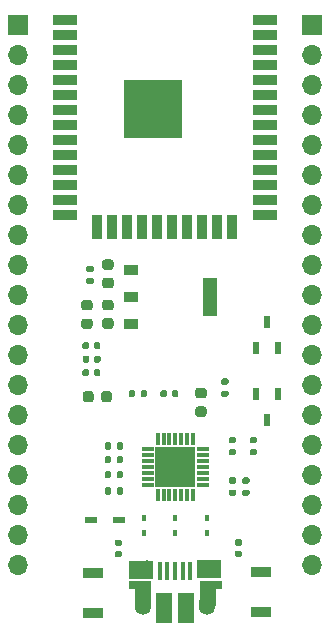
<source format=gts>
%TF.GenerationSoftware,KiCad,Pcbnew,(5.1.10)-1*%
%TF.CreationDate,2021-10-10T21:05:51-06:00*%
%TF.ProjectId,ESP32_Boardv2.0,45535033-325f-4426-9f61-726476322e30,rev?*%
%TF.SameCoordinates,Original*%
%TF.FileFunction,Soldermask,Top*%
%TF.FilePolarity,Negative*%
%FSLAX46Y46*%
G04 Gerber Fmt 4.6, Leading zero omitted, Abs format (unit mm)*
G04 Created by KiCad (PCBNEW (5.1.10)-1) date 2021-10-10 21:05:51*
%MOMM*%
%LPD*%
G01*
G04 APERTURE LIST*
%ADD10O,1.700000X1.700000*%
%ADD11R,1.700000X1.700000*%
%ADD12R,0.400000X0.480000*%
%ADD13R,1.075000X0.500000*%
%ADD14R,1.300000X0.950000*%
%ADD15R,1.300000X3.250000*%
%ADD16R,0.300000X1.000000*%
%ADD17R,1.000000X0.300000*%
%ADD18R,3.350000X3.350000*%
%ADD19R,1.350000X2.000000*%
%ADD20R,1.825000X0.700000*%
%ADD21R,2.000000X1.500000*%
%ADD22R,0.400000X1.650000*%
%ADD23O,1.100000X1.500000*%
%ADD24O,1.350000X1.700000*%
%ADD25R,1.430000X2.500000*%
%ADD26R,0.600000X1.100000*%
%ADD27R,1.700000X0.900000*%
%ADD28R,2.000000X0.900000*%
%ADD29R,0.900000X2.000000*%
%ADD30R,5.000000X5.000000*%
G04 APERTURE END LIST*
D10*
%TO.C,J2*%
X104267000Y-74295000D03*
X104267000Y-71755000D03*
X104267000Y-69215000D03*
X104267000Y-66675000D03*
X104267000Y-64135000D03*
X104267000Y-61595000D03*
X104267000Y-59055000D03*
X104267000Y-56515000D03*
X104267000Y-53975000D03*
X104267000Y-51435000D03*
X104267000Y-48895000D03*
X104267000Y-46355000D03*
X104267000Y-43815000D03*
X104267000Y-41275000D03*
X104267000Y-38735000D03*
X104267000Y-36195000D03*
X104267000Y-33655000D03*
X104267000Y-31115000D03*
D11*
X104267000Y-28575000D03*
%TD*%
D12*
%TO.C,D2*%
X120269000Y-71653000D03*
X120269000Y-70333000D03*
%TD*%
%TO.C,D3*%
X117602000Y-71653000D03*
X117602000Y-70333000D03*
%TD*%
%TO.C,D4*%
X114935000Y-70333000D03*
X114935000Y-71653000D03*
%TD*%
D13*
%TO.C,D5*%
X110471000Y-70485000D03*
X112795000Y-70485000D03*
%TD*%
D14*
%TO.C,IC1*%
X113807500Y-49335500D03*
X113807500Y-51625500D03*
X113807500Y-53915500D03*
D15*
X120507500Y-51625500D03*
%TD*%
D16*
%TO.C,IC2*%
X119102000Y-63690000D03*
X118602000Y-63690000D03*
X118102000Y-63690000D03*
X117602000Y-63690000D03*
X117102000Y-63690000D03*
X116602000Y-63690000D03*
X116102000Y-63690000D03*
D17*
X115252000Y-64540000D03*
X115252000Y-65040000D03*
X115252000Y-65540000D03*
X115252000Y-66040000D03*
X115252000Y-66540000D03*
X115252000Y-67040000D03*
X115252000Y-67540000D03*
D16*
X116102000Y-68390000D03*
X116602000Y-68390000D03*
X117102000Y-68390000D03*
X117602000Y-68390000D03*
X118102000Y-68390000D03*
X118602000Y-68390000D03*
X119102000Y-68390000D03*
D17*
X119952000Y-67540000D03*
X119952000Y-67040000D03*
X119952000Y-66540000D03*
X119952000Y-66040000D03*
X119952000Y-65540000D03*
X119952000Y-65040000D03*
X119952000Y-64540000D03*
D18*
X117602000Y-66040000D03*
%TD*%
D19*
%TO.C,J1*%
X120327000Y-76766000D03*
X114847000Y-76766000D03*
D20*
X114627000Y-76016000D03*
X120577000Y-76016000D03*
D21*
X114727000Y-74716000D03*
X120477000Y-74696000D03*
D22*
X116277000Y-74816000D03*
X116927000Y-74816000D03*
X117577000Y-74816000D03*
X118227000Y-74816000D03*
X118877000Y-74816000D03*
D23*
X115157000Y-74696000D03*
X119997000Y-74696000D03*
D24*
X114847000Y-77696000D03*
X120307000Y-77696000D03*
D25*
X116617000Y-77966000D03*
X118537000Y-77966000D03*
%TD*%
D10*
%TO.C,J3*%
X129159000Y-74295000D03*
X129159000Y-71755000D03*
X129159000Y-69215000D03*
X129159000Y-66675000D03*
X129159000Y-64135000D03*
X129159000Y-61595000D03*
X129159000Y-59055000D03*
X129159000Y-56515000D03*
X129159000Y-53975000D03*
X129159000Y-51435000D03*
X129159000Y-48895000D03*
X129159000Y-46355000D03*
X129159000Y-43815000D03*
X129159000Y-41275000D03*
X129159000Y-38735000D03*
X129159000Y-36195000D03*
X129159000Y-33655000D03*
X129159000Y-31115000D03*
D11*
X129159000Y-28575000D03*
%TD*%
D26*
%TO.C,Q1*%
X124399000Y-55964000D03*
X126299000Y-55964000D03*
X125349000Y-53764000D03*
%TD*%
%TO.C,Q2*%
X125349000Y-62060000D03*
X124399000Y-59860000D03*
X126299000Y-59860000D03*
%TD*%
D27*
%TO.C,SW1*%
X124841000Y-74881000D03*
X124841000Y-78281000D03*
%TD*%
%TO.C,SW2*%
X110617000Y-78408000D03*
X110617000Y-75008000D03*
%TD*%
D28*
%TO.C,U1*%
X125213000Y-28194000D03*
X125213000Y-29464000D03*
X125213000Y-30734000D03*
X125213000Y-32004000D03*
X125213000Y-33274000D03*
X125213000Y-34544000D03*
X125213000Y-35814000D03*
X125213000Y-37084000D03*
X125213000Y-38354000D03*
X125213000Y-39624000D03*
X125213000Y-40894000D03*
X125213000Y-42164000D03*
X125213000Y-43434000D03*
X125213000Y-44704000D03*
D29*
X122428000Y-45704000D03*
X121158000Y-45704000D03*
X119888000Y-45704000D03*
X118618000Y-45704000D03*
X117348000Y-45704000D03*
X116078000Y-45704000D03*
X114808000Y-45704000D03*
X113538000Y-45704000D03*
X112268000Y-45704000D03*
X110998000Y-45704000D03*
D28*
X108213000Y-44704000D03*
X108213000Y-43434000D03*
X108213000Y-42164000D03*
X108213000Y-40894000D03*
X108213000Y-39624000D03*
X108213000Y-38354000D03*
X108213000Y-37084000D03*
X108213000Y-35814000D03*
X108213000Y-34544000D03*
X108213000Y-33274000D03*
X108213000Y-32004000D03*
X108213000Y-30734000D03*
X108213000Y-29464000D03*
X108213000Y-28194000D03*
D30*
X115713000Y-35694000D03*
%TD*%
%TO.C,C1*%
G36*
G01*
X111637000Y-51874000D02*
X112137000Y-51874000D01*
G75*
G02*
X112362000Y-52099000I0J-225000D01*
G01*
X112362000Y-52549000D01*
G75*
G02*
X112137000Y-52774000I-225000J0D01*
G01*
X111637000Y-52774000D01*
G75*
G02*
X111412000Y-52549000I0J225000D01*
G01*
X111412000Y-52099000D01*
G75*
G02*
X111637000Y-51874000I225000J0D01*
G01*
G37*
G36*
G01*
X111637000Y-53424000D02*
X112137000Y-53424000D01*
G75*
G02*
X112362000Y-53649000I0J-225000D01*
G01*
X112362000Y-54099000D01*
G75*
G02*
X112137000Y-54324000I-225000J0D01*
G01*
X111637000Y-54324000D01*
G75*
G02*
X111412000Y-54099000I0J225000D01*
G01*
X111412000Y-53649000D01*
G75*
G02*
X111637000Y-53424000I225000J0D01*
G01*
G37*
%TD*%
%TO.C,C2*%
G36*
G01*
X110673000Y-59821000D02*
X110673000Y-60321000D01*
G75*
G02*
X110448000Y-60546000I-225000J0D01*
G01*
X109998000Y-60546000D01*
G75*
G02*
X109773000Y-60321000I0J225000D01*
G01*
X109773000Y-59821000D01*
G75*
G02*
X109998000Y-59596000I225000J0D01*
G01*
X110448000Y-59596000D01*
G75*
G02*
X110673000Y-59821000I0J-225000D01*
G01*
G37*
G36*
G01*
X112223000Y-59821000D02*
X112223000Y-60321000D01*
G75*
G02*
X111998000Y-60546000I-225000J0D01*
G01*
X111548000Y-60546000D01*
G75*
G02*
X111323000Y-60321000I0J225000D01*
G01*
X111323000Y-59821000D01*
G75*
G02*
X111548000Y-59596000I225000J0D01*
G01*
X111998000Y-59596000D01*
G75*
G02*
X112223000Y-59821000I0J-225000D01*
G01*
G37*
%TD*%
%TO.C,C3*%
G36*
G01*
X110318000Y-56726000D02*
X110318000Y-57066000D01*
G75*
G02*
X110178000Y-57206000I-140000J0D01*
G01*
X109898000Y-57206000D01*
G75*
G02*
X109758000Y-57066000I0J140000D01*
G01*
X109758000Y-56726000D01*
G75*
G02*
X109898000Y-56586000I140000J0D01*
G01*
X110178000Y-56586000D01*
G75*
G02*
X110318000Y-56726000I0J-140000D01*
G01*
G37*
G36*
G01*
X111278000Y-56726000D02*
X111278000Y-57066000D01*
G75*
G02*
X111138000Y-57206000I-140000J0D01*
G01*
X110858000Y-57206000D01*
G75*
G02*
X110718000Y-57066000I0J140000D01*
G01*
X110718000Y-56726000D01*
G75*
G02*
X110858000Y-56586000I140000J0D01*
G01*
X111138000Y-56586000D01*
G75*
G02*
X111278000Y-56726000I0J-140000D01*
G01*
G37*
%TD*%
%TO.C,C5*%
G36*
G01*
X110290000Y-55583000D02*
X110290000Y-55923000D01*
G75*
G02*
X110150000Y-56063000I-140000J0D01*
G01*
X109870000Y-56063000D01*
G75*
G02*
X109730000Y-55923000I0J140000D01*
G01*
X109730000Y-55583000D01*
G75*
G02*
X109870000Y-55443000I140000J0D01*
G01*
X110150000Y-55443000D01*
G75*
G02*
X110290000Y-55583000I0J-140000D01*
G01*
G37*
G36*
G01*
X111250000Y-55583000D02*
X111250000Y-55923000D01*
G75*
G02*
X111110000Y-56063000I-140000J0D01*
G01*
X110830000Y-56063000D01*
G75*
G02*
X110690000Y-55923000I0J140000D01*
G01*
X110690000Y-55583000D01*
G75*
G02*
X110830000Y-55443000I140000J0D01*
G01*
X111110000Y-55443000D01*
G75*
G02*
X111250000Y-55583000I0J-140000D01*
G01*
G37*
%TD*%
%TO.C,C6*%
G36*
G01*
X116334000Y-59987000D02*
X116334000Y-59647000D01*
G75*
G02*
X116474000Y-59507000I140000J0D01*
G01*
X116754000Y-59507000D01*
G75*
G02*
X116894000Y-59647000I0J-140000D01*
G01*
X116894000Y-59987000D01*
G75*
G02*
X116754000Y-60127000I-140000J0D01*
G01*
X116474000Y-60127000D01*
G75*
G02*
X116334000Y-59987000I0J140000D01*
G01*
G37*
G36*
G01*
X117294000Y-59987000D02*
X117294000Y-59647000D01*
G75*
G02*
X117434000Y-59507000I140000J0D01*
G01*
X117714000Y-59507000D01*
G75*
G02*
X117854000Y-59647000I0J-140000D01*
G01*
X117854000Y-59987000D01*
G75*
G02*
X117714000Y-60127000I-140000J0D01*
G01*
X117434000Y-60127000D01*
G75*
G02*
X117294000Y-59987000I0J140000D01*
G01*
G37*
%TD*%
%TO.C,C7*%
G36*
G01*
X112137000Y-49345000D02*
X111637000Y-49345000D01*
G75*
G02*
X111412000Y-49120000I0J225000D01*
G01*
X111412000Y-48670000D01*
G75*
G02*
X111637000Y-48445000I225000J0D01*
G01*
X112137000Y-48445000D01*
G75*
G02*
X112362000Y-48670000I0J-225000D01*
G01*
X112362000Y-49120000D01*
G75*
G02*
X112137000Y-49345000I-225000J0D01*
G01*
G37*
G36*
G01*
X112137000Y-50895000D02*
X111637000Y-50895000D01*
G75*
G02*
X111412000Y-50670000I0J225000D01*
G01*
X111412000Y-50220000D01*
G75*
G02*
X111637000Y-49995000I225000J0D01*
G01*
X112137000Y-49995000D01*
G75*
G02*
X112362000Y-50220000I0J-225000D01*
G01*
X112362000Y-50670000D01*
G75*
G02*
X112137000Y-50895000I-225000J0D01*
G01*
G37*
%TD*%
%TO.C,C8*%
G36*
G01*
X111250000Y-57869000D02*
X111250000Y-58209000D01*
G75*
G02*
X111110000Y-58349000I-140000J0D01*
G01*
X110830000Y-58349000D01*
G75*
G02*
X110690000Y-58209000I0J140000D01*
G01*
X110690000Y-57869000D01*
G75*
G02*
X110830000Y-57729000I140000J0D01*
G01*
X111110000Y-57729000D01*
G75*
G02*
X111250000Y-57869000I0J-140000D01*
G01*
G37*
G36*
G01*
X110290000Y-57869000D02*
X110290000Y-58209000D01*
G75*
G02*
X110150000Y-58349000I-140000J0D01*
G01*
X109870000Y-58349000D01*
G75*
G02*
X109730000Y-58209000I0J140000D01*
G01*
X109730000Y-57869000D01*
G75*
G02*
X109870000Y-57729000I140000J0D01*
G01*
X110150000Y-57729000D01*
G75*
G02*
X110290000Y-57869000I0J-140000D01*
G01*
G37*
%TD*%
%TO.C,C9*%
G36*
G01*
X112606000Y-73126000D02*
X112946000Y-73126000D01*
G75*
G02*
X113086000Y-73266000I0J-140000D01*
G01*
X113086000Y-73546000D01*
G75*
G02*
X112946000Y-73686000I-140000J0D01*
G01*
X112606000Y-73686000D01*
G75*
G02*
X112466000Y-73546000I0J140000D01*
G01*
X112466000Y-73266000D01*
G75*
G02*
X112606000Y-73126000I140000J0D01*
G01*
G37*
G36*
G01*
X112606000Y-72166000D02*
X112946000Y-72166000D01*
G75*
G02*
X113086000Y-72306000I0J-140000D01*
G01*
X113086000Y-72586000D01*
G75*
G02*
X112946000Y-72726000I-140000J0D01*
G01*
X112606000Y-72726000D01*
G75*
G02*
X112466000Y-72586000I0J140000D01*
G01*
X112466000Y-72306000D01*
G75*
G02*
X112606000Y-72166000I140000J0D01*
G01*
G37*
%TD*%
%TO.C,D1*%
G36*
G01*
X110365250Y-52761500D02*
X109852750Y-52761500D01*
G75*
G02*
X109634000Y-52542750I0J218750D01*
G01*
X109634000Y-52105250D01*
G75*
G02*
X109852750Y-51886500I218750J0D01*
G01*
X110365250Y-51886500D01*
G75*
G02*
X110584000Y-52105250I0J-218750D01*
G01*
X110584000Y-52542750D01*
G75*
G02*
X110365250Y-52761500I-218750J0D01*
G01*
G37*
G36*
G01*
X110365250Y-54336500D02*
X109852750Y-54336500D01*
G75*
G02*
X109634000Y-54117750I0J218750D01*
G01*
X109634000Y-53680250D01*
G75*
G02*
X109852750Y-53461500I218750J0D01*
G01*
X110365250Y-53461500D01*
G75*
G02*
X110584000Y-53680250I0J-218750D01*
G01*
X110584000Y-54117750D01*
G75*
G02*
X110365250Y-54336500I-218750J0D01*
G01*
G37*
%TD*%
%TO.C,D6*%
G36*
G01*
X119504750Y-60903500D02*
X120017250Y-60903500D01*
G75*
G02*
X120236000Y-61122250I0J-218750D01*
G01*
X120236000Y-61559750D01*
G75*
G02*
X120017250Y-61778500I-218750J0D01*
G01*
X119504750Y-61778500D01*
G75*
G02*
X119286000Y-61559750I0J218750D01*
G01*
X119286000Y-61122250D01*
G75*
G02*
X119504750Y-60903500I218750J0D01*
G01*
G37*
G36*
G01*
X119504750Y-59328500D02*
X120017250Y-59328500D01*
G75*
G02*
X120236000Y-59547250I0J-218750D01*
G01*
X120236000Y-59984750D01*
G75*
G02*
X120017250Y-60203500I-218750J0D01*
G01*
X119504750Y-60203500D01*
G75*
G02*
X119286000Y-59984750I0J218750D01*
G01*
X119286000Y-59547250D01*
G75*
G02*
X119504750Y-59328500I218750J0D01*
G01*
G37*
%TD*%
%TO.C,R1*%
G36*
G01*
X110178000Y-49002000D02*
X110548000Y-49002000D01*
G75*
G02*
X110683000Y-49137000I0J-135000D01*
G01*
X110683000Y-49407000D01*
G75*
G02*
X110548000Y-49542000I-135000J0D01*
G01*
X110178000Y-49542000D01*
G75*
G02*
X110043000Y-49407000I0J135000D01*
G01*
X110043000Y-49137000D01*
G75*
G02*
X110178000Y-49002000I135000J0D01*
G01*
G37*
G36*
G01*
X110178000Y-50022000D02*
X110548000Y-50022000D01*
G75*
G02*
X110683000Y-50157000I0J-135000D01*
G01*
X110683000Y-50427000D01*
G75*
G02*
X110548000Y-50562000I-135000J0D01*
G01*
X110178000Y-50562000D01*
G75*
G02*
X110043000Y-50427000I0J135000D01*
G01*
X110043000Y-50157000D01*
G75*
G02*
X110178000Y-50022000I135000J0D01*
G01*
G37*
%TD*%
%TO.C,R2*%
G36*
G01*
X122243000Y-67931000D02*
X122613000Y-67931000D01*
G75*
G02*
X122748000Y-68066000I0J-135000D01*
G01*
X122748000Y-68336000D01*
G75*
G02*
X122613000Y-68471000I-135000J0D01*
G01*
X122243000Y-68471000D01*
G75*
G02*
X122108000Y-68336000I0J135000D01*
G01*
X122108000Y-68066000D01*
G75*
G02*
X122243000Y-67931000I135000J0D01*
G01*
G37*
G36*
G01*
X122243000Y-66911000D02*
X122613000Y-66911000D01*
G75*
G02*
X122748000Y-67046000I0J-135000D01*
G01*
X122748000Y-67316000D01*
G75*
G02*
X122613000Y-67451000I-135000J0D01*
G01*
X122243000Y-67451000D01*
G75*
G02*
X122108000Y-67316000I0J135000D01*
G01*
X122108000Y-67046000D01*
G75*
G02*
X122243000Y-66911000I135000J0D01*
G01*
G37*
%TD*%
%TO.C,R3*%
G36*
G01*
X123386000Y-66913000D02*
X123756000Y-66913000D01*
G75*
G02*
X123891000Y-67048000I0J-135000D01*
G01*
X123891000Y-67318000D01*
G75*
G02*
X123756000Y-67453000I-135000J0D01*
G01*
X123386000Y-67453000D01*
G75*
G02*
X123251000Y-67318000I0J135000D01*
G01*
X123251000Y-67048000D01*
G75*
G02*
X123386000Y-66913000I135000J0D01*
G01*
G37*
G36*
G01*
X123386000Y-67933000D02*
X123756000Y-67933000D01*
G75*
G02*
X123891000Y-68068000I0J-135000D01*
G01*
X123891000Y-68338000D01*
G75*
G02*
X123756000Y-68473000I-135000J0D01*
G01*
X123386000Y-68473000D01*
G75*
G02*
X123251000Y-68338000I0J135000D01*
G01*
X123251000Y-68068000D01*
G75*
G02*
X123386000Y-67933000I135000J0D01*
G01*
G37*
%TD*%
%TO.C,R4*%
G36*
G01*
X124021000Y-64504000D02*
X124391000Y-64504000D01*
G75*
G02*
X124526000Y-64639000I0J-135000D01*
G01*
X124526000Y-64909000D01*
G75*
G02*
X124391000Y-65044000I-135000J0D01*
G01*
X124021000Y-65044000D01*
G75*
G02*
X123886000Y-64909000I0J135000D01*
G01*
X123886000Y-64639000D01*
G75*
G02*
X124021000Y-64504000I135000J0D01*
G01*
G37*
G36*
G01*
X124021000Y-63484000D02*
X124391000Y-63484000D01*
G75*
G02*
X124526000Y-63619000I0J-135000D01*
G01*
X124526000Y-63889000D01*
G75*
G02*
X124391000Y-64024000I-135000J0D01*
G01*
X124021000Y-64024000D01*
G75*
G02*
X123886000Y-63889000I0J135000D01*
G01*
X123886000Y-63619000D01*
G75*
G02*
X124021000Y-63484000I135000J0D01*
G01*
G37*
%TD*%
%TO.C,R5*%
G36*
G01*
X121978000Y-60089000D02*
X121608000Y-60089000D01*
G75*
G02*
X121473000Y-59954000I0J135000D01*
G01*
X121473000Y-59684000D01*
G75*
G02*
X121608000Y-59549000I135000J0D01*
G01*
X121978000Y-59549000D01*
G75*
G02*
X122113000Y-59684000I0J-135000D01*
G01*
X122113000Y-59954000D01*
G75*
G02*
X121978000Y-60089000I-135000J0D01*
G01*
G37*
G36*
G01*
X121978000Y-59069000D02*
X121608000Y-59069000D01*
G75*
G02*
X121473000Y-58934000I0J135000D01*
G01*
X121473000Y-58664000D01*
G75*
G02*
X121608000Y-58529000I135000J0D01*
G01*
X121978000Y-58529000D01*
G75*
G02*
X122113000Y-58664000I0J-135000D01*
G01*
X122113000Y-58934000D01*
G75*
G02*
X121978000Y-59069000I-135000J0D01*
G01*
G37*
%TD*%
%TO.C,R6*%
G36*
G01*
X112637000Y-65590000D02*
X112637000Y-65220000D01*
G75*
G02*
X112772000Y-65085000I135000J0D01*
G01*
X113042000Y-65085000D01*
G75*
G02*
X113177000Y-65220000I0J-135000D01*
G01*
X113177000Y-65590000D01*
G75*
G02*
X113042000Y-65725000I-135000J0D01*
G01*
X112772000Y-65725000D01*
G75*
G02*
X112637000Y-65590000I0J135000D01*
G01*
G37*
G36*
G01*
X111617000Y-65590000D02*
X111617000Y-65220000D01*
G75*
G02*
X111752000Y-65085000I135000J0D01*
G01*
X112022000Y-65085000D01*
G75*
G02*
X112157000Y-65220000I0J-135000D01*
G01*
X112157000Y-65590000D01*
G75*
G02*
X112022000Y-65725000I-135000J0D01*
G01*
X111752000Y-65725000D01*
G75*
G02*
X111617000Y-65590000I0J135000D01*
G01*
G37*
%TD*%
%TO.C,R7*%
G36*
G01*
X115205000Y-59632000D02*
X115205000Y-60002000D01*
G75*
G02*
X115070000Y-60137000I-135000J0D01*
G01*
X114800000Y-60137000D01*
G75*
G02*
X114665000Y-60002000I0J135000D01*
G01*
X114665000Y-59632000D01*
G75*
G02*
X114800000Y-59497000I135000J0D01*
G01*
X115070000Y-59497000D01*
G75*
G02*
X115205000Y-59632000I0J-135000D01*
G01*
G37*
G36*
G01*
X114185000Y-59632000D02*
X114185000Y-60002000D01*
G75*
G02*
X114050000Y-60137000I-135000J0D01*
G01*
X113780000Y-60137000D01*
G75*
G02*
X113645000Y-60002000I0J135000D01*
G01*
X113645000Y-59632000D01*
G75*
G02*
X113780000Y-59497000I135000J0D01*
G01*
X114050000Y-59497000D01*
G75*
G02*
X114185000Y-59632000I0J-135000D01*
G01*
G37*
%TD*%
%TO.C,R8*%
G36*
G01*
X111613000Y-64447000D02*
X111613000Y-64077000D01*
G75*
G02*
X111748000Y-63942000I135000J0D01*
G01*
X112018000Y-63942000D01*
G75*
G02*
X112153000Y-64077000I0J-135000D01*
G01*
X112153000Y-64447000D01*
G75*
G02*
X112018000Y-64582000I-135000J0D01*
G01*
X111748000Y-64582000D01*
G75*
G02*
X111613000Y-64447000I0J135000D01*
G01*
G37*
G36*
G01*
X112633000Y-64447000D02*
X112633000Y-64077000D01*
G75*
G02*
X112768000Y-63942000I135000J0D01*
G01*
X113038000Y-63942000D01*
G75*
G02*
X113173000Y-64077000I0J-135000D01*
G01*
X113173000Y-64447000D01*
G75*
G02*
X113038000Y-64582000I-135000J0D01*
G01*
X112768000Y-64582000D01*
G75*
G02*
X112633000Y-64447000I0J135000D01*
G01*
G37*
%TD*%
%TO.C,R9*%
G36*
G01*
X112635000Y-66860000D02*
X112635000Y-66490000D01*
G75*
G02*
X112770000Y-66355000I135000J0D01*
G01*
X113040000Y-66355000D01*
G75*
G02*
X113175000Y-66490000I0J-135000D01*
G01*
X113175000Y-66860000D01*
G75*
G02*
X113040000Y-66995000I-135000J0D01*
G01*
X112770000Y-66995000D01*
G75*
G02*
X112635000Y-66860000I0J135000D01*
G01*
G37*
G36*
G01*
X111615000Y-66860000D02*
X111615000Y-66490000D01*
G75*
G02*
X111750000Y-66355000I135000J0D01*
G01*
X112020000Y-66355000D01*
G75*
G02*
X112155000Y-66490000I0J-135000D01*
G01*
X112155000Y-66860000D01*
G75*
G02*
X112020000Y-66995000I-135000J0D01*
G01*
X111750000Y-66995000D01*
G75*
G02*
X111615000Y-66860000I0J135000D01*
G01*
G37*
%TD*%
%TO.C,R10*%
G36*
G01*
X111617000Y-68257000D02*
X111617000Y-67887000D01*
G75*
G02*
X111752000Y-67752000I135000J0D01*
G01*
X112022000Y-67752000D01*
G75*
G02*
X112157000Y-67887000I0J-135000D01*
G01*
X112157000Y-68257000D01*
G75*
G02*
X112022000Y-68392000I-135000J0D01*
G01*
X111752000Y-68392000D01*
G75*
G02*
X111617000Y-68257000I0J135000D01*
G01*
G37*
G36*
G01*
X112637000Y-68257000D02*
X112637000Y-67887000D01*
G75*
G02*
X112772000Y-67752000I135000J0D01*
G01*
X113042000Y-67752000D01*
G75*
G02*
X113177000Y-67887000I0J-135000D01*
G01*
X113177000Y-68257000D01*
G75*
G02*
X113042000Y-68392000I-135000J0D01*
G01*
X112772000Y-68392000D01*
G75*
G02*
X112637000Y-68257000I0J135000D01*
G01*
G37*
%TD*%
%TO.C,R11*%
G36*
G01*
X122243000Y-63484000D02*
X122613000Y-63484000D01*
G75*
G02*
X122748000Y-63619000I0J-135000D01*
G01*
X122748000Y-63889000D01*
G75*
G02*
X122613000Y-64024000I-135000J0D01*
G01*
X122243000Y-64024000D01*
G75*
G02*
X122108000Y-63889000I0J135000D01*
G01*
X122108000Y-63619000D01*
G75*
G02*
X122243000Y-63484000I135000J0D01*
G01*
G37*
G36*
G01*
X122243000Y-64504000D02*
X122613000Y-64504000D01*
G75*
G02*
X122748000Y-64639000I0J-135000D01*
G01*
X122748000Y-64909000D01*
G75*
G02*
X122613000Y-65044000I-135000J0D01*
G01*
X122243000Y-65044000D01*
G75*
G02*
X122108000Y-64909000I0J135000D01*
G01*
X122108000Y-64639000D01*
G75*
G02*
X122243000Y-64504000I135000J0D01*
G01*
G37*
%TD*%
%TO.C,C4*%
G36*
G01*
X122766000Y-73098000D02*
X123106000Y-73098000D01*
G75*
G02*
X123246000Y-73238000I0J-140000D01*
G01*
X123246000Y-73518000D01*
G75*
G02*
X123106000Y-73658000I-140000J0D01*
G01*
X122766000Y-73658000D01*
G75*
G02*
X122626000Y-73518000I0J140000D01*
G01*
X122626000Y-73238000D01*
G75*
G02*
X122766000Y-73098000I140000J0D01*
G01*
G37*
G36*
G01*
X122766000Y-72138000D02*
X123106000Y-72138000D01*
G75*
G02*
X123246000Y-72278000I0J-140000D01*
G01*
X123246000Y-72558000D01*
G75*
G02*
X123106000Y-72698000I-140000J0D01*
G01*
X122766000Y-72698000D01*
G75*
G02*
X122626000Y-72558000I0J140000D01*
G01*
X122626000Y-72278000D01*
G75*
G02*
X122766000Y-72138000I140000J0D01*
G01*
G37*
%TD*%
M02*

</source>
